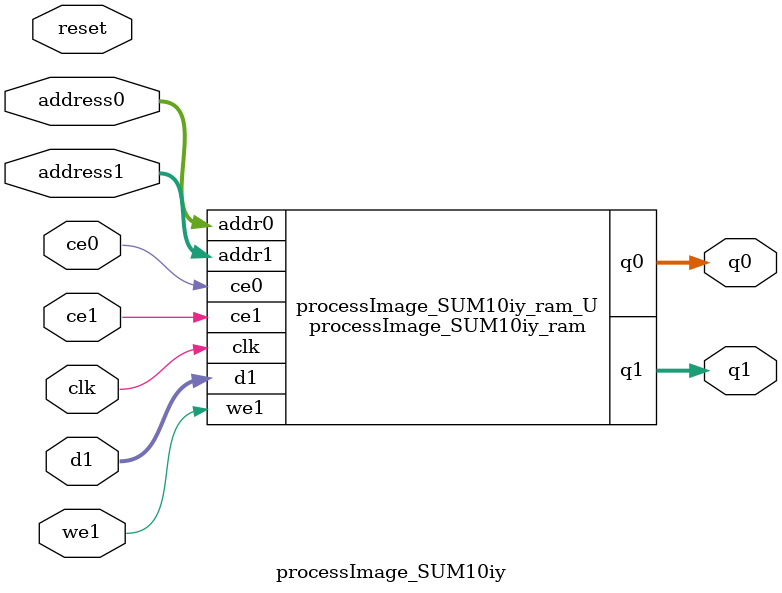
<source format=v>
`timescale 1 ns / 1 ps
module processImage_SUM10iy_ram (addr0, ce0, q0, addr1, ce1, d1, we1, q1,  clk);

parameter DWIDTH = 32;
parameter AWIDTH = 10;
parameter MEM_SIZE = 625;

input[AWIDTH-1:0] addr0;
input ce0;
output reg[DWIDTH-1:0] q0;
input[AWIDTH-1:0] addr1;
input ce1;
input[DWIDTH-1:0] d1;
input we1;
output reg[DWIDTH-1:0] q1;
input clk;

(* ram_style = "block" *)reg [DWIDTH-1:0] ram[0:MEM_SIZE-1];




always @(posedge clk)  
begin 
    if (ce0) 
    begin
        q0 <= ram[addr0];
    end
end


always @(posedge clk)  
begin 
    if (ce1) 
    begin
        if (we1) 
        begin 
            ram[addr1] <= d1; 
        end 
        q1 <= ram[addr1];
    end
end


endmodule

`timescale 1 ns / 1 ps
module processImage_SUM10iy(
    reset,
    clk,
    address0,
    ce0,
    q0,
    address1,
    ce1,
    we1,
    d1,
    q1);

parameter DataWidth = 32'd32;
parameter AddressRange = 32'd625;
parameter AddressWidth = 32'd10;
input reset;
input clk;
input[AddressWidth - 1:0] address0;
input ce0;
output[DataWidth - 1:0] q0;
input[AddressWidth - 1:0] address1;
input ce1;
input we1;
input[DataWidth - 1:0] d1;
output[DataWidth - 1:0] q1;



processImage_SUM10iy_ram processImage_SUM10iy_ram_U(
    .clk( clk ),
    .addr0( address0 ),
    .ce0( ce0 ),
    .q0( q0 ),
    .addr1( address1 ),
    .ce1( ce1 ),
    .we1( we1 ),
    .d1( d1 ),
    .q1( q1 ));

endmodule


</source>
